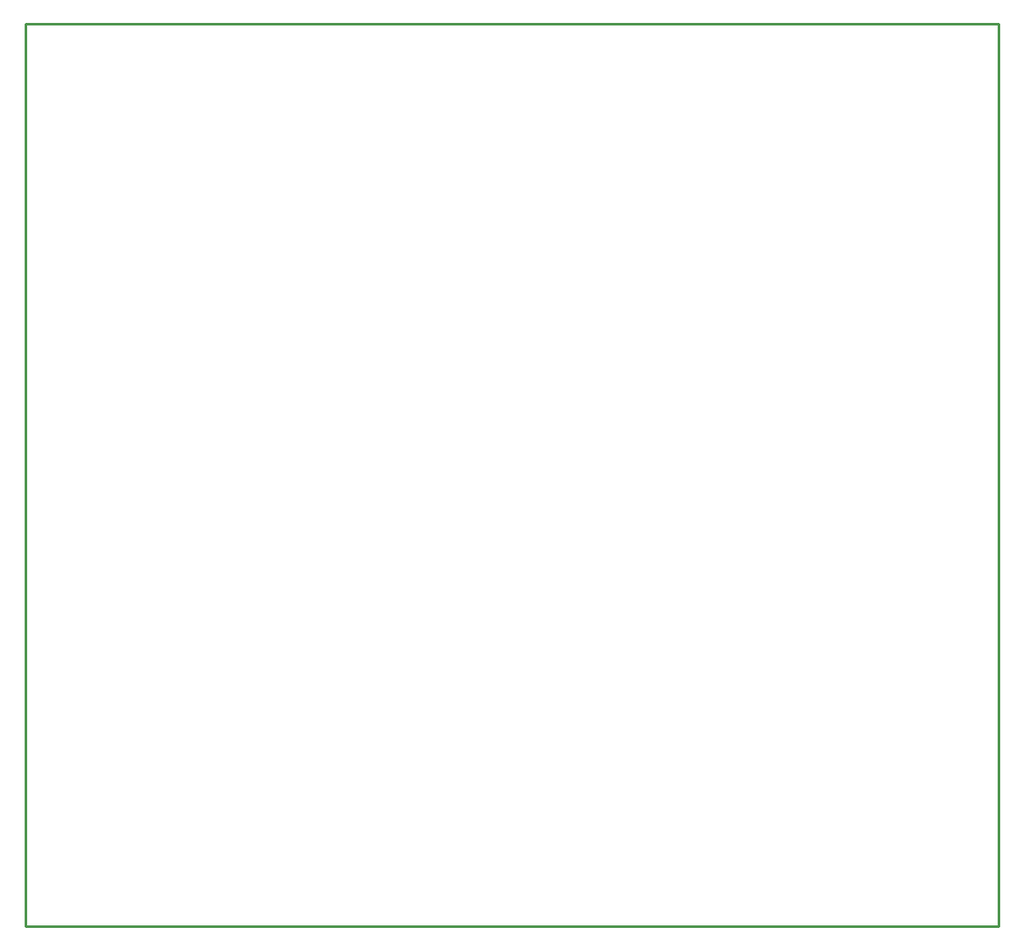
<source format=gbr>
%TF.GenerationSoftware,Altium Limited,Altium Designer,21.8.1 (53)*%
G04 Layer_Color=16711935*
%FSLAX43Y43*%
%MOMM*%
%TF.SameCoordinates,E96829AD-C41B-4C4D-B55E-E99DFAFB1E42*%
%TF.FilePolarity,Positive*%
%TF.FileFunction,Keep-out,Top*%
%TF.Part,Single*%
G01*
G75*
%TA.AperFunction,NonConductor*%
%ADD11C,0.254*%
D11*
X0Y0D02*
X97000D01*
X0Y90000D02*
X97000D01*
Y0D02*
Y90000D01*
X0Y0D02*
Y90000D01*
%TF.MD5,fe46fc21d8b3b04fa3141f2eee215f2c*%
M02*

</source>
